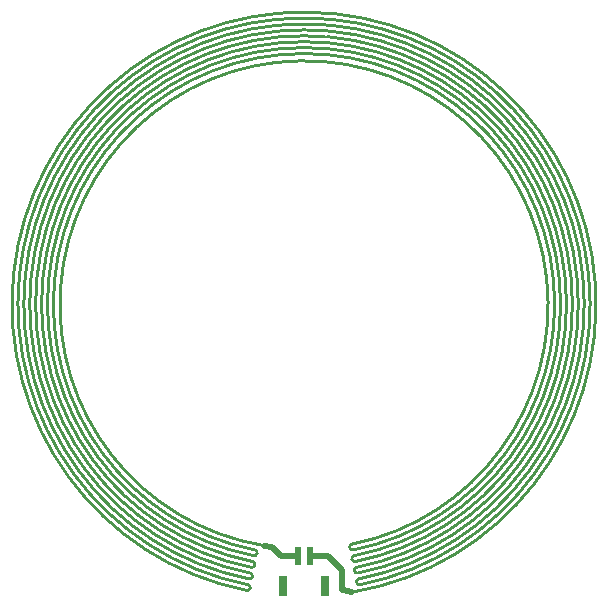
<source format=gbr>
%TF.GenerationSoftware,KiCad,Pcbnew,(6.0.1)*%
%TF.CreationDate,2023-09-23T20:48:40-04:00*%
%TF.ProjectId,PCB HEATER CUVETTE 12 WELL,50434220-4845-4415-9445-522043555645,rev?*%
%TF.SameCoordinates,Original*%
%TF.FileFunction,Copper,L1,Top*%
%TF.FilePolarity,Positive*%
%FSLAX46Y46*%
G04 Gerber Fmt 4.6, Leading zero omitted, Abs format (unit mm)*
G04 Created by KiCad (PCBNEW (6.0.1)) date 2023-09-23 20:48:40*
%MOMM*%
%LPD*%
G01*
G04 APERTURE LIST*
%TA.AperFunction,NonConductor*%
%ADD10C,0.500000*%
%TD*%
%TA.AperFunction,NonConductor*%
%ADD11C,0.260000*%
%TD*%
%TA.AperFunction,SMDPad,CuDef*%
%ADD12R,0.600000X1.550000*%
%TD*%
%TA.AperFunction,SMDPad,CuDef*%
%ADD13R,0.800000X1.800000*%
%TD*%
%TA.AperFunction,Conductor*%
%ADD14C,0.500000*%
%TD*%
%TA.AperFunction,Conductor*%
%ADD15C,0.250000*%
%TD*%
G04 APERTURE END LIST*
D10*
X153260000Y-124220000D02*
X154080143Y-124360852D01*
X146599884Y-120418702D02*
X147300000Y-120560000D01*
D11*
X154647903Y-123240406D02*
G75*
G03*
X154746288Y-123729596I49619J-244509D01*
G01*
X154452038Y-122258841D02*
G75*
G03*
X154550263Y-122749763I49113J-245461D01*
G01*
X154255855Y-121278719D02*
G75*
G03*
X154353778Y-121768824I49176J-245010D01*
G01*
X154059219Y-120298252D02*
G75*
G03*
X154157521Y-120788038I49151J-244893D01*
G01*
X145155438Y-124220524D02*
G75*
G03*
X145253493Y-123729554I49241J245442D01*
G01*
X145351447Y-123239619D02*
G75*
G03*
X145449686Y-122749753I49333J244890D01*
G01*
X145547548Y-122259424D02*
G75*
G03*
X145645708Y-121768723I49508J245265D01*
G01*
X145742505Y-121277875D02*
G75*
G03*
X145842075Y-120787958I50640J244785D01*
G01*
X154080143Y-124360853D02*
G75*
G03*
X145155457Y-124220427I-4079784J24383606D01*
G01*
X154059162Y-120297966D02*
G75*
G03*
X146599884Y-120418702I-4058560J20260834D01*
G01*
X154647839Y-123240089D02*
G75*
G03*
X145351383Y-123239933I-4647838J23262187D01*
G01*
X154452136Y-122259331D02*
G75*
G03*
X145547578Y-122259273I-4452134J22281508D01*
G01*
X154157521Y-120788038D02*
G75*
G03*
X145842075Y-120787957I-4157520J20807411D01*
G01*
X154353778Y-121768825D02*
G75*
G03*
X145645708Y-121768722I-4353777J21789867D01*
G01*
X154746288Y-123729597D02*
G75*
G03*
X145253493Y-123729553I-4746287J23753418D01*
G01*
X154255843Y-121278659D02*
G75*
G03*
X145743772Y-121278582I-4255843J21299412D01*
G01*
X154550263Y-122749763D02*
G75*
G03*
X145449686Y-122749753I-4550263J22771971D01*
G01*
D12*
%TO.P,J1,1,1*%
%TO.N,Net-(J1-Pad1)*%
X150500000Y-121300000D03*
%TO.P,J1,2,2*%
X149500000Y-121300000D03*
D13*
%TO.P,J1,MP1,MP1*%
%TO.N,unconnected-(J1-PadMP1)*%
X151800000Y-123825000D03*
%TO.P,J1,MP2,MP2*%
%TO.N,unconnected-(J1-PadMP2)*%
X148200000Y-123825000D03*
%TD*%
D14*
%TO.N,Net-(J1-Pad1)*%
X153250000Y-122520000D02*
X153250000Y-124220000D01*
D15*
X153190000Y-122460000D02*
X153250000Y-122520000D01*
D14*
X152030000Y-121300000D02*
X153190000Y-122460000D01*
X150500000Y-121300000D02*
X152030000Y-121300000D01*
X148030000Y-121300000D02*
X147290000Y-120560000D01*
X149500000Y-121300000D02*
X148030000Y-121300000D01*
%TD*%
M02*

</source>
